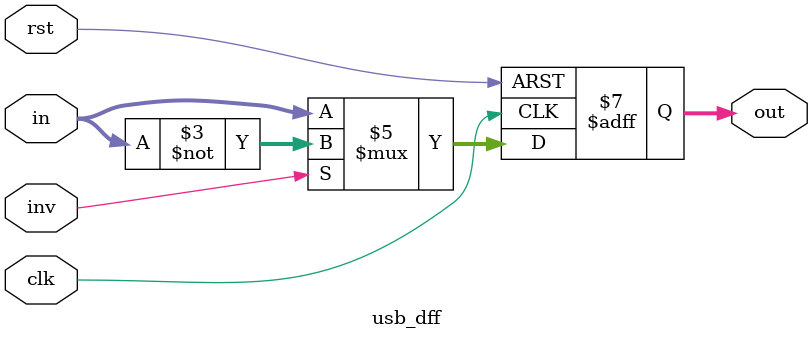
<source format=v>
`timescale 1ns/100ps
module usb_dff (
    input [9:0] in,      
    input clk,           
    input rst,           
    input inv,           // Inversion control (RX_POLARITY)
    output reg [9:0] out      
);

    always @(posedge clk or negedge rst) begin
        if (!rst) begin
            out <= 10'b0;
        end 
        else begin
            if (inv) begin
                out <= ~in;
            end 
            else begin
                out <= in;
            end
        end
    end

endmodule

</source>
